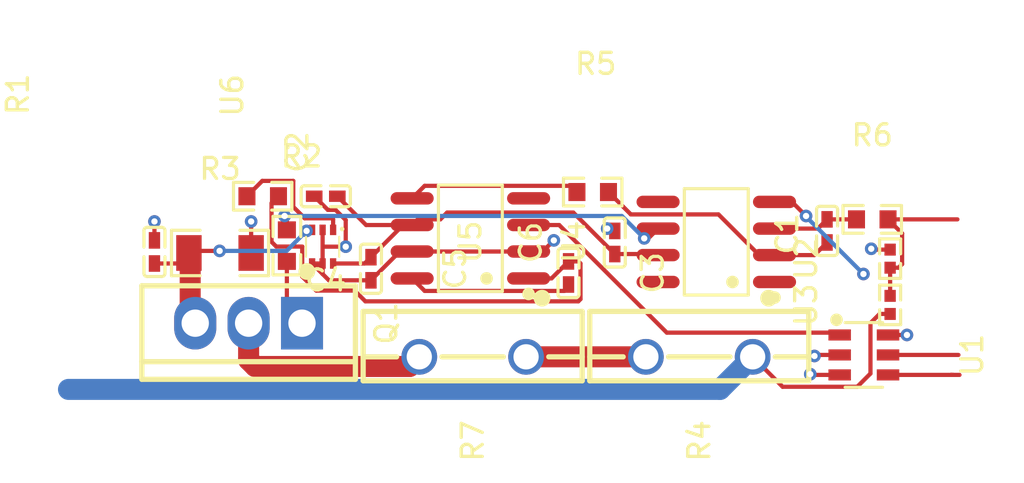
<source format=kicad_pcb>
(kicad_pcb (version 20240108) (generator "pcbnew") (generator_version "8.0")
  (layers (0 "F.Cu" signal) (31 "B.Cu" signal) (34 "B.Paste" user) (35 "F.Paste" user) (36 "B.SilkS" user "B.Silkscreen") (37 "F.SilkS" user "F.Silkscreen") (38 "B.Mask" user) (39 "F.Mask" user) (44 "Edge.Cuts" user))
  (net 0 "")
  (net 1 "variable_amp.footprint.pins[3].net-net")
  (net 2 "base")
  (net 3 "splitter_opamp.footprint.pins[4].net-net")
  (net 4 "line")
  (net 5 "splitter_opamp.footprint.pins[7].net-net")
  (net 6 "plusIn")
  (net 7 "Gain")
  (net 8 "line-1")
  (net 9 "splitter_opamp.footprint.pins[0].net-net")
  (net 10 "VOUT")
  (net 11 "_In")
  (net 12 "out")
  (net 13 "line-2")
  (net 14 "emitter")
  (net 15 "inverting_input")
  (net 16 "output")
  (net 17 "hv")
  (net 18 "collector")
  (net 19 "top")
  (net 20 "non_inverting_input")
  (net 21 "plusVS")
  (net 22 "gnd")
  (net 23 "net")
  (footprint "atopile:TO-220-2_L10.4-W3.2-P5.08-L-bf0258" (layer "F.Cu") (at 126.22 85.54 180)
    (property "Reference" "R4" (at 0 -4 90) (layer "F.SilkS"))
    (property "Value" "infΩ infW")
    (fp_line (start 5.21 2.16) (end 5.21 -1.02) (stroke (width 0.25)) (layer "F.SilkS"))
    (fp_line (start 5.21 0) (end 3.62 0) (stroke (width 0.25)) (layer "F.SilkS"))
    (fp_line (start 5.21 -1.02) (end 5.21 -1.14) (stroke (width 0.25)) (layer "F.SilkS"))
    (fp_line (start 5.21 -1.14) (end -5.21 -1.14) (stroke (width 0.25)) (layer "F.SilkS"))
    (fp_line (start 1.46 0) (end -1.46 0) (stroke (width 0.25)) (layer "F.SilkS"))
    (fp_line (start -3.62 0) (end -5.21 0) (stroke (width 0.25)) (layer "F.SilkS"))
    (fp_line (start -5.21 2.16) (end 5.21 2.16) (stroke (width 0.25)) (layer "F.SilkS"))
    (fp_line (start -5.21 2.03) (end -5.21 2.16) (stroke (width 0.25)) (layer "F.SilkS"))
    (fp_line (start -5.21 -1.14) (end -5.21 2.03) (stroke (width 0.25)) (layer "F.SilkS"))
    (fp_circle (center -3.3 2.79) (end -3.1 2.79) (stroke (width 0.4)) (fill none) (layer "F.SilkS"))
    (fp_text user "${REFERENCE}" (at 0 -4 90) (layer "F.SilkS"))
    (pad "1" thru_hole circle (at -2.54 0 180) (size 1.7 1.7) (drill 1.199998) (layers "*.Cu" "*.Mask") (net 19 "top"))
    (pad "2" thru_hole circle (at 2.54 0 180) (size 1.7 1.7) (drill 1.199998) (layers "*.Cu" "*.Mask") (net 23 "net"))
  )
  (footprint "atopile:R0402-56259e" (layer "F.Cu") (at 135.3 80.87 90)
    (property "Reference" "U2" (at 0 -4 90) (layer "F.SilkS"))
    (property "Value" "1kΩ ±1% 62.5mW")
    (fp_line (start 0.94 -0.5) (end 0.23 -0.5) (stroke (width 0.15)) (layer "F.SilkS"))
    (fp_line (start -0.94 -0.5) (end -0.23 -0.5) (stroke (width 0.15)) (layer "F.SilkS"))
    (fp_line (start 0.94 0.5) (end 0.94 -0.5) (stroke (width 0.15)) (layer "F.SilkS"))
    (fp_line (start 0.23 0.5) (end 0.94 0.5) (stroke (width 0.15)) (layer "F.SilkS"))
    (fp_line (start -0.23 0.5) (end -0.94 0.5) (stroke (width 0.15)) (layer "F.SilkS"))
    (fp_line (start -0.94 0.5) (end -0.94 -0.5) (stroke (width 0.15)) (layer "F.SilkS"))
    (fp_text user "${REFERENCE}" (at 0 -4 90) (layer "F.SilkS"))
    (pad "1" smd rect (at -0.43 0 90) (size 0.57 0.54) (layers "F.Cu" "F.Paste" "F.Mask") (net 12 "out"))
    (pad "2" smd rect (at 0.43 0 90) (size 0.57 0.54) (layers "F.Cu" "F.Paste" "F.Mask") (net 22 "gnd"))
  )
  (footprint "lib:SOT-23-6_L2.9-W1.6-P0.95-LS2.8-BL" (layer "F.Cu") (at 134.05 85.45 -90)
    (property "Reference" "U1" (at 0 -5.15 90) (layer "F.SilkS"))
    (property "Value" "")
    (fp_line (start -1.54 0.89) (end -1.54 -0.89) (stroke (width 0.15)) (layer "F.SilkS"))
    (fp_line (start 1.54 0.89) (end 1.54 -0.89) (stroke (width 0.15)) (layer "F.SilkS"))
    (fp_circle (center -1.67 1.3) (end -1.52 1.3) (stroke (width 0.3)) (fill none) (layer "F.SilkS"))
    (fp_text user "${REFERENCE}" (at 0 -5.15 90) (layer "F.SilkS"))
    (pad "1" smd rect (at -0.95 1.15 270) (size 0.53 1.07) (layers "F.Cu" "F.Paste" "F.Mask") (net 7 "Gain"))
    (pad "2" smd rect (at 0 1.15 270) (size 0.53 1.07) (layers "F.Cu" "F.Paste" "F.Mask") (net 22 "gnd"))
    (pad "3" smd rect (at 0.95 1.15 270) (size 0.53 1.07) (layers "F.Cu" "F.Paste" "F.Mask") (net 17 "hv"))
    (pad "4" smd rect (at 0.95 -1.15 270) (size 0.53 1.07) (layers "F.Cu" "F.Paste" "F.Mask") (net 4 "line"))
    (pad "5" smd rect (at 0 -1.15 270) (size 0.53 1.07) (layers "F.Cu" "F.Paste" "F.Mask") (net 8 "line-1"))
    (pad "6" smd rect (at -0.95 -1.15 270) (size 0.53 1.07) (layers "F.Cu" "F.Paste" "F.Mask") (net 22 "gnd"))
  )
  (footprint "atopile:R0402-56259e" (layer "F.Cu") (at 135.3 83.07 90)
    (property "Reference" "U3" (at 0 -4 90) (layer "F.SilkS"))
    (property "Value" "10kΩ ±1% 62.5mW")
    (fp_line (start 0.94 -0.5) (end 0.23 -0.5) (stroke (width 0.15)) (layer "F.SilkS"))
    (fp_line (start -0.94 -0.5) (end -0.23 -0.5) (stroke (width 0.15)) (layer "F.SilkS"))
    (fp_line (start 0.94 0.5) (end 0.94 -0.5) (stroke (width 0.15)) (layer "F.SilkS"))
    (fp_line (start 0.23 0.5) (end 0.94 0.5) (stroke (width 0.15)) (layer "F.SilkS"))
    (fp_line (start -0.23 0.5) (end -0.94 0.5) (stroke (width 0.15)) (layer "F.SilkS"))
    (fp_line (start -0.94 0.5) (end -0.94 -0.5) (stroke (width 0.15)) (layer "F.SilkS"))
    (fp_text user "${REFERENCE}" (at 0 -4 90) (layer "F.SilkS"))
    (pad "1" smd rect (at -0.43 0 90) (size 0.57 0.54) (layers "F.Cu" "F.Paste" "F.Mask") (net 19 "top"))
    (pad "2" smd rect (at 0.43 0 90) (size 0.57 0.54) (layers "F.Cu" "F.Paste" "F.Mask") (net 12 "out"))
  )
  (footprint "atopile:C0402-b3ef17" (layer "F.Cu") (at 108.45 77.9 180)
    (property "Reference" "C4" (at 0 -4 0) (layer "F.SilkS"))
    (property "Value" "1pF 50V C0G")
    (fp_line (start 1.17 0.35) (end 1.17 -0.35) (stroke (width 0.15)) (layer "F.SilkS"))
    (fp_line (start 1.02 -0.5) (end 0.23 -0.5) (stroke (width 0.15)) (layer "F.SilkS"))
    (fp_line (start 0.23 0.5) (end 1.02 0.5) (stroke (width 0.15)) (layer "F.SilkS"))
    (fp_line (start -0.23 0.5) (end -1.02 0.5) (stroke (width 0.15)) (layer "F.SilkS"))
    (fp_line (start -1.02 -0.5) (end -0.23 -0.5) (stroke (width 0.15)) (layer "F.SilkS"))
    (fp_line (start -1.17 0.35) (end -1.17 -0.35) (stroke (width 0.15)) (layer "F.SilkS"))
    (fp_arc (start 1.17 0.35) (mid 1.126066 0.456066) (end 1.02 0.5) (stroke (width 0.15)) (layer "F.SilkS"))
    (fp_arc (start 1.02 -0.5) (mid 1.126066 -0.456066) (end 1.17 -0.35) (stroke (width 0.15)) (layer "F.SilkS"))
    (fp_arc (start -1.02 0.5) (mid -1.126066 0.456066) (end -1.17 0.35) (stroke (width 0.15)) (layer "F.SilkS"))
    (fp_arc (start -1.17 -0.35) (mid -1.126066 -0.456066) (end -1.02 -0.5) (stroke (width 0.15)) (layer "F.SilkS"))
    (fp_text user "${REFERENCE}" (at 0 -4 0) (layer "F.SilkS"))
    (pad "1" smd rect (at -0.55 0 180) (size 0.79 0.54) (layers "F.Cu" "F.Paste" "F.Mask") (net 21 "plusVS"))
    (pad "2" smd rect (at 0.55 0 180) (size 0.79 0.54) (layers "F.Cu" "F.Paste" "F.Mask") (net 22 "gnd"))
  )
  (footprint "atopile:C0402-b3ef17" (layer "F.Cu") (at 110.6 81.35 -90)
    (property "Reference" "C5" (at 0 -4 90) (layer "F.SilkS"))
    (property "Value" "1pF 50V C0G")
    (fp_line (start -0.23 0.5) (end -1.02 0.5) (stroke (width 0.15)) (layer "F.SilkS"))
    (fp_line (start 0.23 0.5) (end 1.02 0.5) (stroke (width 0.15)) (layer "F.SilkS"))
    (fp_line (start -1.17 0.35) (end -1.17 -0.35) (stroke (width 0.15)) (layer "F.SilkS"))
    (fp_line (start 1.17 0.35) (end 1.17 -0.35) (stroke (width 0.15)) (layer "F.SilkS"))
    (fp_line (start -1.02 -0.5) (end -0.23 -0.5) (stroke (width 0.15)) (layer "F.SilkS"))
    (fp_line (start 1.02 -0.5) (end 0.23 -0.5) (stroke (width 0.15)) (layer "F.SilkS"))
    (fp_arc (start -1.02 0.5) (mid -1.126066 0.456066) (end -1.17 0.35) (stroke (width 0.15)) (layer "F.SilkS"))
    (fp_arc (start 1.17 0.35) (mid 1.126066 0.456066) (end 1.02 0.5) (stroke (width 0.15)) (layer "F.SilkS"))
    (fp_arc (start -1.17 -0.35) (mid -1.126066 -0.456066) (end -1.02 -0.5) (stroke (width 0.15)) (layer "F.SilkS"))
    (fp_arc (start 1.02 -0.5) (mid 1.126066 -0.456066) (end 1.17 -0.35) (stroke (width 0.15)) (layer "F.SilkS"))
    (fp_text user "${REFERENCE}" (at 0 -4 90) (layer "F.SilkS"))
    (pad "1" smd rect (at -0.55 0 270) (size 0.79 0.54) (layers "F.Cu" "F.Paste" "F.Mask") (net 21 "plusVS"))
    (pad "2" smd rect (at 0.55 0 270) (size 0.79 0.54) (layers "F.Cu" "F.Paste" "F.Mask") (net 22 "gnd"))
  )
  (footprint "atopile:R0603-ebcab9" (layer "F.Cu") (at 121.15 77.7)
    (property "Reference" "R5" (at 0.14 -6.1 0) (layer "F.SilkS"))
    (property "Value" "100Ω ±1% 100mW")
    (fp_line (start -1.39 -0.66) (end -0.43 -0.66) (stroke (width 0.15)) (layer "F.SilkS"))
    (fp_line (start -1.39 0.66) (end -1.39 -0.66) (stroke (width 0.15)) (layer "F.SilkS"))
    (fp_line (start -0.43 0.66) (end -1.39 0.66) (stroke (width 0.15)) (layer "F.SilkS"))
    (fp_line (start 0.43 0.66) (end 1.39 0.66) (stroke (width 0.15)) (layer "F.SilkS"))
    (fp_line (start 1.39 -0.66) (end 0.43 -0.66) (stroke (width 0.15)) (layer "F.SilkS"))
    (fp_line (start 1.39 0.66) (end 1.39 -0.66) (stroke (width 0.15)) (layer "F.SilkS"))
    (fp_text user "${REFERENCE}" (at 0.14 -6.1 0) (layer "F.SilkS"))
    (pad "1" smd rect (at -0.75 0) (size 0.81 0.86) (layers "F.Cu" "F.Paste" "F.Mask") (net 10 "VOUT"))
    (pad "2" smd rect (at 0.75 0) (size 0.81 0.86) (layers "F.Cu" "F.Paste" "F.Mask") (net 15 "inverting_input"))
  )
  (footprint "atopile:C0402-b3ef17" (layer "F.Cu") (at 122.2 80.1 90)
    (property "Reference" "C6" (at 0 -4 90) (layer "F.SilkS"))
    (property "Value" "1pF 50V C0G")
    (fp_line (start 1.02 -0.5) (end 0.23 -0.5) (stroke (width 0.15)) (layer "F.SilkS"))
    (fp_line (start -1.02 -0.5) (end -0.23 -0.5) (stroke (width 0.15)) (layer "F.SilkS"))
    (fp_line (start 1.17 0.35) (end 1.17 -0.35) (stroke (width 0.15)) (layer "F.SilkS"))
    (fp_line (start -1.17 0.35) (end -1.17 -0.35) (stroke (width 0.15)) (layer "F.SilkS"))
    (fp_line (start 0.23 0.5) (end 1.02 0.5) (stroke (width 0.15)) (layer "F.SilkS"))
    (fp_line (start -0.23 0.5) (end -1.02 0.5) (stroke (width 0.15)) (layer "F.SilkS"))
    (fp_arc (start 1.02 -0.5) (mid 1.126066 -0.456066) (end 1.17 -0.35) (stroke (width 0.15)) (layer "F.SilkS"))
    (fp_arc (start -1.17 -0.35) (mid -1.126066 -0.456066) (end -1.02 -0.5) (stroke (width 0.15)) (layer "F.SilkS"))
    (fp_arc (start 1.17 0.35) (mid 1.126066 0.456066) (end 1.02 0.5) (stroke (width 0.15)) (layer "F.SilkS"))
    (fp_arc (start -1.02 0.5) (mid -1.126066 0.456066) (end -1.17 0.35) (stroke (width 0.15)) (layer "F.SilkS"))
    (fp_text user "${REFERENCE}" (at 0 -4 90) (layer "F.SilkS"))
    (pad "1" smd rect (at -0.55 0 90) (size 0.79 0.54) (layers "F.Cu" "F.Paste" "F.Mask") (net 21 "plusVS"))
    (pad "2" smd rect (at 0.55 0 90) (size 0.79 0.54) (layers "F.Cu" "F.Paste" "F.Mask") (net 22 "gnd"))
  )
  (footprint "atopile:R0603-ebcab9" (layer "F.Cu") (at 105.45 77.9)
    (property "Reference" "R2" (at 1.85 -1.9 0) (layer "F.SilkS"))
    (property "Value" "100Ω ±1% 100mW")
    (fp_line (start -1.39 -0.66) (end -0.43 -0.66) (stroke (width 0.15)) (layer "F.SilkS"))
    (fp_line (start -1.39 0.66) (end -1.39 -0.66) (stroke (width 0.15)) (layer "F.SilkS"))
    (fp_line (start -0.43 0.66) (end -1.39 0.66) (stroke (width 0.15)) (layer "F.SilkS"))
    (fp_line (start 0.43 0.66) (end 1.39 0.66) (stroke (width 0.15)) (layer "F.SilkS"))
    (fp_line (start 1.39 -0.66) (end 0.43 -0.66) (stroke (width 0.15)) (layer "F.SilkS"))
    (fp_line (start 1.39 0.66) (end 1.39 -0.66) (stroke (width 0.15)) (layer "F.SilkS"))
    (fp_text user "${REFERENCE}" (at 1.85 -1.9 0) (layer "F.SilkS"))
    (pad "1" smd rect (at -0.75 0) (size 0.81 0.86) (layers "F.Cu" "F.Paste" "F.Mask") (net 13 "line-2"))
    (pad "2" smd rect (at 0.75 0) (size 0.81 0.86) (layers "F.Cu" "F.Paste" "F.Mask") (net 6 "plusIn"))
  )
  (footprint "lib:SOT-563_L1.6-W1.2-P0.50-LS1.6-TL" (layer "F.Cu") (at 108.3 80.3 -90)
    (property "Reference" "U6" (at -7.2 4.3 90) (layer "F.SilkS"))
    (property "Value" "")
    (fp_line (start 0.48 0.79) (end -0.47 0.79) (stroke (width 0.1)) (layer "F.SilkS"))
    (fp_line (start 0.48 -0.79) (end -0.47 -0.79) (stroke (width 0.1)) (layer "F.SilkS"))
    (fp_circle (center -0.84 -0.93) (end -0.78 -0.93) (stroke (width 0.1)) (fill none) (layer "F.SilkS"))
    (fp_text user "${REFERENCE}" (at -7.2 4.3 90) (layer "F.SilkS"))
    (pad "1" smd rect (at -0.8 -0.5 180) (size 0.3 0.5) (layers "F.Cu" "F.Paste" "F.Mask") (net 13 "line-2"))
    (pad "2" smd rect (at -0.8 0 180) (size 0.3 0.5) (layers "F.Cu" "F.Paste" "F.Mask") (net 22 "gnd"))
    (pad "3" smd rect (at -0.8 0.5 180) (size 0.3 0.5) (layers "F.Cu" "F.Paste" "F.Mask") (net 14 "emitter"))
    (pad "4" smd rect (at 0.8 0.5 180) (size 0.3 0.5) (layers "F.Cu" "F.Paste" "F.Mask") (net 22 "gnd"))
    (pad "5" smd rect (at 0.8 0 180) (size 0.3 0.5) (layers "F.Cu" "F.Paste" "F.Mask") (net 22 "gnd"))
    (pad "6" smd rect (at 0.8 -0.5 180) (size 0.3 0.5) (layers "F.Cu" "F.Paste" "F.Mask") (net 21 "plusVS"))
  )
  (footprint "atopile:SOIC-8_L4.9-W3.9-P1.27-LS6.0-BL-6ccfeb" (layer "F.Cu") (at 127.03 80.07 90)
    (property "Reference" "U4" (at 0 -6.77 90) (layer "F.SilkS"))
    (property "Value" "BW CMRR Ib Vos GBW Iout SR")
    (fp_line (start 2.53 -1.52) (end 2.53 1.52) (stroke (width 0.15)) (layer "F.SilkS"))
    (fp_line (start -2.53 -1.52) (end 2.53 -1.52) (stroke (width 0.15)) (layer "F.SilkS"))
    (fp_line (start 2.53 1.52) (end -2.53 1.52) (stroke (width 0.15)) (layer "F.SilkS"))
    (fp_line (start -2.53 1.52) (end -2.53 -1.52) (stroke (width 0.15)) (layer "F.SilkS"))
    (fp_circle (center -1.91 0.77) (end -1.76 0.77) (stroke (width 0.3)) (fill none) (layer "F.SilkS"))
    (fp_circle (center -2.65 2.77) (end -2.5 2.77) (stroke (width 0.3)) (fill none) (layer "F.SilkS"))
    (fp_text user "${REFERENCE}" (at 0 -6.77 90) (layer "F.SilkS"))
    (pad "1" smd oval (at -1.91 2.77 90) (size 0.59 2.05) (layers "F.Cu" "F.Paste" "F.Mask") (net 9 "splitter_opamp.footprint.pins[0].net-net"))
    (pad "2" smd oval (at -0.63 2.77 90) (size 0.59 2.05) (layers "F.Cu" "F.Paste" "F.Mask") (net 15 "inverting_input"))
    (pad "3" smd oval (at 0.63 2.77 90) (size 0.59 2.05) (layers "F.Cu" "F.Paste" "F.Mask") (net 20 "non_inverting_input"))
    (pad "4" smd oval (at 1.9 2.77 90) (size 0.59 2.05) (layers "F.Cu" "F.Paste" "F.Mask") (net 22 "gnd"))
    (pad "5" smd oval (at 1.9 -2.77 90) (size 0.59 2.05) (layers "F.Cu" "F.Paste" "F.Mask") (net 3 "splitter_opamp.footprint.pins[4].net-net"))
    (pad "6" smd oval (at 0.63 -2.77 90) (size 0.59 2.05) (layers "F.Cu" "F.Paste" "F.Mask") (net 16 "output"))
    (pad "7" smd oval (at -0.63 -2.77 90) (size 0.59 2.05) (layers "F.Cu" "F.Paste" "F.Mask") (net 21 "plusVS"))
    (pad "8" smd oval (at -1.91 -2.77 90) (size 0.59 2.05) (layers "F.Cu" "F.Paste" "F.Mask") (net 5 "splitter_opamp.footprint.pins[7].net-net"))
  )
  (footprint "atopile:C0402-b3ef17" (layer "F.Cu") (at 120 81.55 -90)
    (property "Reference" "C3" (at 0 -4 90) (layer "F.SilkS"))
    (property "Value" "1pF 50V C0G")
    (fp_line (start -0.23 0.5) (end -1.02 0.5) (stroke (width 0.15)) (layer "F.SilkS"))
    (fp_line (start 0.23 0.5) (end 1.02 0.5) (stroke (width 0.15)) (layer "F.SilkS"))
    (fp_line (start -1.17 0.35) (end -1.17 -0.35) (stroke (width 0.15)) (layer "F.SilkS"))
    (fp_line (start 1.17 0.35) (end 1.17 -0.35) (stroke (width 0.15)) (layer "F.SilkS"))
    (fp_line (start -1.02 -0.5) (end -0.23 -0.5) (stroke (width 0.15)) (layer "F.SilkS"))
    (fp_line (start 1.02 -0.5) (end 0.23 -0.5) (stroke (width 0.15)) (layer "F.SilkS"))
    (fp_arc (start -1.02 0.5) (mid -1.126066 0.456066) (end -1.17 0.35) (stroke (width 0.15)) (layer "F.SilkS"))
    (fp_arc (start 1.17 0.35) (mid 1.126066 0.456066) (end 1.02 0.5) (stroke (width 0.15)) (layer "F.SilkS"))
    (fp_arc (start -1.17 -0.35) (mid -1.126066 -0.456066) (end -1.02 -0.5) (stroke (width 0.15)) (layer "F.SilkS"))
    (fp_arc (start 1.02 -0.5) (mid 1.126066 -0.456066) (end 1.17 -0.35) (stroke (width 0.15)) (layer "F.SilkS"))
    (fp_text user "${REFERENCE}" (at 0 -4 90) (layer "F.SilkS"))
    (pad "1" smd rect (at -0.55 0 270) (size 0.79 0.54) (layers "F.Cu" "F.Paste" "F.Mask") (net 6 "plusIn"))
    (pad "2" smd rect (at 0.55 0 270) (size 0.79 0.54) (layers "F.Cu" "F.Paste" "F.Mask") (net 11 "_In"))
  )
  (footprint "atopile:R0603-ebcab9" (layer "F.Cu") (at 106.6 80.25 90)
    (property "Reference" "R1" (at 7.2 -12.8 90) (layer "F.SilkS"))
    (property "Value" "100Ω ±1% 100mW")
    (fp_line (start 1.39 -0.66) (end 0.43 -0.66) (stroke (width 0.15)) (layer "F.SilkS"))
    (fp_line (start -1.39 -0.66) (end -0.43 -0.66) (stroke (width 0.15)) (layer "F.SilkS"))
    (fp_line (start 1.39 0.66) (end 1.39 -0.66) (stroke (width 0.15)) (layer "F.SilkS"))
    (fp_line (start 0.43 0.66) (end 1.39 0.66) (stroke (width 0.15)) (layer "F.SilkS"))
    (fp_line (start -0.43 0.66) (end -1.39 0.66) (stroke (width 0.15)) (layer "F.SilkS"))
    (fp_line (start -1.39 0.66) (end -1.39 -0.66) (stroke (width 0.15)) (layer "F.SilkS"))
    (fp_text user "${REFERENCE}" (at 7.2 -12.8 90) (layer "F.SilkS"))
    (pad "1" smd rect (at -0.75 0 90) (size 0.81 0.86) (layers "F.Cu" "F.Paste" "F.Mask") (net 2 "base"))
    (pad "2" smd rect (at 0.75 0 90) (size 0.81 0.86) (layers "F.Cu" "F.Paste" "F.Mask") (net 16 "output"))
  )
  (footprint "atopile:R1206-bdb864" (layer "F.Cu") (at 103.42 80.6)
    (property "Reference" "R3" (at 0 -4 0) (layer "F.SilkS"))
    (property "Value" "100mΩ ±1% 250mW")
    (fp_line (start -2.31 -1.08) (end -0.95 -1.08) (stroke (width 0.15)) (layer "F.SilkS"))
    (fp_line (start -2.31 1.08) (end -2.31 -1.08) (stroke (width 0.15)) (layer "F.SilkS"))
    (fp_line (start -0.95 1.08) (end -2.31 1.08) (stroke (width 0.15)) (layer "F.SilkS"))
    (fp_line (start 0.95 1.08) (end 2.31 1.08) (stroke (width 0.15)) (layer "F.SilkS"))
    (fp_line (start 2.31 -1.08) (end 0.95 -1.08) (stroke (width 0.15)) (layer "F.SilkS"))
    (fp_line (start 2.31 1.08) (end 2.31 -1.08) (stroke (width 0.15)) (layer "F.SilkS"))
    (fp_text user "${REFERENCE}" (at 0 -4 0) (layer "F.SilkS"))
    (pad "1" smd rect (at -1.48 0) (size 1.21 1.7) (layers "F.Cu" "F.Paste" "F.Mask") (net 14 "emitter"))
    (pad "2" smd rect (at 1.48 0) (size 1.21 1.7) (layers "F.Cu" "F.Paste" "F.Mask") (net 22 "gnd"))
  )
  (footprint "atopile:SOIC-8_L4.9-W3.9-P1.27-LS6.0-BL-6ccfeb" (layer "F.Cu") (at 115.33 79.9 90)
    (property "Reference" "U5" (at -0.1725 0 90) (layer "F.SilkS"))
    (property "Value" "")
    (fp_line (start 2.53 -1.52) (end 2.53 1.52) (stroke (width 0.15)) (layer "F.SilkS"))
    (fp_line (start -2.53 -1.52) (end 2.53 -1.52) (stroke (width 0.15)) (layer "F.SilkS"))
    (fp_line (start 2.53 1.52) (end -2.53 1.52) (stroke (width 0.15)) (layer "F.SilkS"))
    (fp_line (start -2.53 1.52) (end -2.53 -1.52) (stroke (width 0.15)) (layer "F.SilkS"))
    (fp_circle (center -1.91 0.77) (end -1.76 0.77) (stroke (width 0.3)) (fill none) (layer "F.SilkS"))
    (fp_circle (center -2.65 2.77) (end -2.5 2.77) (stroke (width 0.3)) (fill none) (layer "F.SilkS"))
    (fp_text user "${REFERENCE}" (at -0.1725 0 90) (layer "F.SilkS"))
    (pad "1" smd oval (at -1.91 2.77 90) (size 0.59 2.05) (layers "F.Cu" "F.Paste" "F.Mask") (net 6 "plusIn"))
    (pad "2" smd oval (at -0.63 2.77 90) (size 0.59 2.05) (layers "F.Cu" "F.Paste" "F.Mask") (net 22 "gnd"))
    (pad "3" smd oval (at 0.63 2.77 90) (size 0.59 2.05) (layers "F.Cu" "F.Paste" "F.Mask") (net 7 "Gain"))
    (pad "4" smd oval (at 1.9 2.77 90) (size 0.59 2.05) (layers "F.Cu" "F.Paste" "F.Mask") (net 1 "variable_amp.footprint.pins[3].net-net"))
    (pad "5" smd oval (at 1.9 -2.77 90) (size 0.59 2.05) (layers "F.Cu" "F.Paste" "F.Mask") (net 10 "VOUT"))
    (pad "6" smd oval (at 0.63 -2.77 90) (size 0.59 2.05) (layers "F.Cu" "F.Paste" "F.Mask") (net 21 "plusVS"))
    (pad "7" smd oval (at -0.63 -2.77 90) (size 0.59 2.05) (layers "F.Cu" "F.Paste" "F.Mask") (net 22 "gnd"))
    (pad "8" smd oval (at -1.91 -2.77 90) (size 0.59 2.05) (layers "F.Cu" "F.Paste" "F.Mask") (net 11 "_In"))
  )
  (footprint "atopile:R0603-ebcab9" (layer "F.Cu") (at 134.45 79)
    (property "Reference" "R6" (at 0 -4 0) (layer "F.SilkS"))
    (property "Value" "100Ω ±1% 100mW")
    (fp_line (start -1.39 -0.66) (end -0.43 -0.66) (stroke (width 0.15)) (layer "F.SilkS"))
    (fp_line (start -1.39 0.66) (end -1.39 -0.66) (stroke (width 0.15)) (layer "F.SilkS"))
    (fp_line (start -0.43 0.66) (end -1.39 0.66) (stroke (width 0.15)) (layer "F.SilkS"))
    (fp_line (start 0.43 0.66) (end 1.39 0.66) (stroke (width 0.15)) (layer "F.SilkS"))
    (fp_line (start 1.39 -0.66) (end 0.43 -0.66) (stroke (width 0.15)) (layer "F.SilkS"))
    (fp_line (start 1.39 0.66) (end 1.39 -0.66) (stroke (width 0.15)) (layer "F.SilkS"))
    (fp_text user "${REFERENCE}" (at 0 -4 0) (layer "F.SilkS"))
    (pad "1" smd rect (at -0.75 0) (size 0.81 0.86) (layers "F.Cu" "F.Paste" "F.Mask") (net 20 "non_inverting_input"))
    (pad "2" smd rect (at 0.75 0) (size 0.81 0.86) (layers "F.Cu" "F.Paste" "F.Mask") (net 12 "out"))
  )
  (footprint "atopile:C0402-b3ef17" (layer "F.Cu") (at 132.3 79.55 90)
    (property "Reference" "C1" (at -0.14 -1.9 90) (layer "F.SilkS"))
    (property "Value" "1pF 50V C0G")
    (fp_line (start 1.02 -0.5) (end 0.23 -0.5) (stroke (width 0.15)) (layer "F.SilkS"))
    (fp_line (start -1.02 -0.5) (end -0.23 -0.5) (stroke (width 0.15)) (layer "F.SilkS"))
    (fp_line (start 1.17 0.35) (end 1.17 -0.35) (stroke (width 0.15)) (layer "F.SilkS"))
    (fp_line (start -1.17 0.35) (end -1.17 -0.35) (stroke (width 0.15)) (layer "F.SilkS"))
    (fp_line (start 0.23 0.5) (end 1.02 0.5) (stroke (width 0.15)) (layer "F.SilkS"))
    (fp_line (start -0.23 0.5) (end -1.02 0.5) (stroke (width 0.15)) (layer "F.SilkS"))
    (fp_arc (start 1.02 -0.5) (mid 1.126066 -0.456066) (end 1.17 -0.35) (stroke (width 0.15)) (layer "F.SilkS"))
    (fp_arc (start -1.17 -0.35) (mid -1.126066 -0.456066) (end -1.02 -0.5) (stroke (width 0.15)) (layer "F.SilkS"))
    (fp_arc (start 1.17 0.35) (mid 1.126066 0.456066) (end 1.02 0.5) (stroke (width 0.15)) (layer "F.SilkS"))
    (fp_arc (start -1.02 0.5) (mid -1.126066 0.456066) (end -1.17 0.35) (stroke (width 0.15)) (layer "F.SilkS"))
    (fp_text user "${REFERENCE}" (at -0.14 -1.9 90) (layer "F.SilkS"))
    (pad "1" smd rect (at -0.55 0 90) (size 0.79 0.54) (layers "F.Cu" "F.Paste" "F.Mask") (net 15 "inverting_input"))
    (pad "2" smd rect (at 0.55 0 90) (size 0.79 0.54) (layers "F.Cu" "F.Paste" "F.Mask") (net 20 "non_inverting_input"))
  )
  (footprint "atopile:C0402-b3ef17" (layer "F.Cu") (at 100.3 80.55 -90)
    (property "Reference" "C2" (at -4.75 -6.7975 90) (layer "F.SilkS"))
    (property "Value" "1pF 50V C0G")
    (fp_line (start -0.23 0.5) (end -1.02 0.5) (stroke (width 0.15)) (layer "F.SilkS"))
    (fp_line (start 0.23 0.5) (end 1.02 0.5) (stroke (width 0.15)) (layer "F.SilkS"))
    (fp_line (start -1.17 0.35) (end -1.17 -0.35) (stroke (width 0.15)) (layer "F.SilkS"))
    (fp_line (start 1.17 0.35) (end 1.17 -0.35) (stroke (width 0.15)) (layer "F.SilkS"))
    (fp_line (start -1.02 -0.5) (end -0.23 -0.5) (stroke (width 0.15)) (layer "F.SilkS"))
    (fp_line (start 1.02 -0.5) (end 0.23 -0.5) (stroke (width 0.15)) (layer "F.SilkS"))
    (fp_arc (start -1.02 0.5) (mid -1.126066 0.456066) (end -1.17 0.35) (stroke (width 0.15)) (layer "F.SilkS"))
    (fp_arc (start 1.17 0.35) (mid 1.126066 0.456066) (end 1.02 0.5) (stroke (width 0.15)) (layer "F.SilkS"))
    (fp_arc (start -1.17 -0.35) (mid -1.126066 -0.456066) (end -1.02 -0.5) (stroke (width 0.15)) (layer "F.SilkS"))
    (fp_arc (start 1.02 -0.5) (mid 1.126066 -0.456066) (end 1.17 -0.35) (stroke (width 0.15)) (layer "F.SilkS"))
    (fp_text user "${REFERENCE}" (at -4.75 -6.7975 90) (layer "F.SilkS"))
    (pad "1" smd rect (at -0.55 0 270) (size 0.79 0.54) (layers "F.Cu" "F.Paste" "F.Mask") (net 22 "gnd"))
    (pad "2" smd rect (at 0.55 0 270) (size 0.79 0.54) (layers "F.Cu" "F.Paste" "F.Mask") (net 14 "emitter"))
  )
  (footprint "atopile:TO-220-3_L10.0-W4.5-P2.54-T-277d92" (layer "F.Cu") (at 104.78 83.94 -90)
    (property "Reference" "Q1" (at 0 -6.54 90) (layer "F.SilkS"))
    (property "Value" "")
    (fp_line (start -1.78 5.08) (end 2.67 5.08) (stroke (width 0.25)) (layer "F.SilkS"))
    (fp_line (start 2.67 5.08) (end 2.67 -5.08) (stroke (width 0.25)) (layer "F.SilkS"))
    (fp_line (start -1.78 -5.08) (end -1.78 5.08) (stroke (width 0.25)) (layer "F.SilkS"))
    (fp_line (start 1.83 -5.08) (end 1.83 5.08) (stroke (width 0.25)) (layer "F.SilkS"))
    (fp_line (start 2.67 -5.08) (end -1.78 -5.08) (stroke (width 0.25)) (layer "F.SilkS"))
    (fp_arc (start -2.46 -2.77) (mid -2.46 -2.77) (end -2.46 -2.77) (stroke (width 0.4)) (layer "F.SilkS"))
    (fp_text user "${REFERENCE}" (at 0 -6.54 90) (layer "F.SilkS"))
    (pad "1" thru_hole rect (at 0 -2.54 180) (size 2 2.5) (drill 1.300023) (layers "*.Cu" "*.Mask") (net 2 "base"))
    (pad "2" thru_hole oval (at 0 0 180) (size 2 2.5) (drill 1.300023) (layers "*.Cu" "*.Mask") (net 18 "collector"))
    (pad "3" thru_hole oval (at 0 2.54 180) (size 2 2.5) (drill 1.300023) (layers "*.Cu" "*.Mask") (net 14 "emitter"))
  )
  (footprint "atopile:TO-220-2_L10.4-W3.2-P5.08-L-bf0258" (layer "F.Cu") (at 115.44 85.54 180)
    (property "Reference" "R7" (at 0 -4 90) (layer "F.SilkS"))
    (property "Value" "infΩ infW")
    (fp_line (start 5.21 2.16) (end 5.21 -1.02) (stroke (width 0.25)) (layer "F.SilkS"))
    (fp_line (start 5.21 0) (end 3.62 0) (stroke (width 0.25)) (layer "F.SilkS"))
    (fp_line (start 5.21 -1.02) (end 5.21 -1.14) (stroke (width 0.25)) (layer "F.SilkS"))
    (fp_line (start 5.21 -1.14) (end -5.21 -1.14) (stroke (width 0.25)) (layer "F.SilkS"))
    (fp_line (start 1.46 0) (end -1.46 0) (stroke (width 0.25)) (layer "F.SilkS"))
    (fp_line (start -3.62 0) (end -5.21 0) (stroke (width 0.25)) (layer "F.SilkS"))
    (fp_line (start -5.21 2.16) (end 5.21 2.16) (stroke (width 0.25)) (layer "F.SilkS"))
    (fp_line (start -5.21 2.03) (end -5.21 2.16) (stroke (width 0.25)) (layer "F.SilkS"))
    (fp_line (start -5.21 -1.14) (end -5.21 2.03) (stroke (width 0.25)) (layer "F.SilkS"))
    (fp_circle (center -3.3 2.79) (end -3.1 2.79) (stroke (width 0.4)) (fill none) (layer "F.SilkS"))
    (fp_text user "${REFERENCE}" (at 0 -4 90) (layer "F.SilkS"))
    (pad "1" thru_hole circle (at -2.54 0 180) (size 1.7 1.7) (drill 1.199998) (layers "*.Cu" "*.Mask") (net 23 "net"))
    (pad "2" thru_hole circle (at 2.54 0 180) (size 1.7 1.7) (drill 1.199998) (layers "*.Cu" "*.Mask") (net 18 "collector"))
  )
  (segment (start 106.6 83.22) (end 107.32 83.94) (width 0.2) (layer "F.Cu") (net 2))
  (segment (start 106.6 81) (end 106.6 83.22) (width 0.2) (layer "F.Cu") (net 2))
  (segment (start 138.2 86.4) (end 138.6 86.4) (width 0.2) (layer "F.Cu") (net 4))
  (segment (start 135.2 86.4) (end 138.2 86.4) (width 0.2) (layer "F.Cu") (net 4))
  (segment (start 138.2 86.4) (end 138.3 86.4) (width 0.2) (layer "F.Cu") (net 4))
  (segment (start 120.47 81) (end 120 81) (width 0.2) (layer "F.Cu") (net 6))
  (segment (start 107.33 80.295) (end 107.33 81.72) (width 0.2) (layer "F.Cu") (net 6))
  (segment (start 106.095 80.295) (end 107.33 80.295) (width 0.2) (layer "F.Cu") (net 6))
  (segment (start 120.57 82.795) (end 120.57 81.1) (width 0.2) (layer "F.Cu") (net 6))
  (segment (start 109.825 82.39) (end 110.335 82.9) (width 0.2) (layer "F.Cu") (net 6))
  (segment (start 120.57 81.1) (end 120.47 81) (width 0.2) (layer "F.Cu") (net 6))
  (segment (start 120.465 82.9) (end 120.57 82.795) (width 0.2) (layer "F.Cu") (net 6))
  (segment (start 119.19 81.81) (end 118.1 81.81) (width 0.2) (layer "F.Cu") (net 6))
  (segment (start 105.87 78.23) (end 105.87 80.07) (width 0.2) (layer "F.Cu") (net 6))
  (segment (start 120 81) (end 119.19 81.81) (width 0.2) (layer "F.Cu") (net 6))
  (segment (start 106.2 77.9) (end 105.87 78.23) (width 0.2) (layer "F.Cu") (net 6))
  (segment (start 105.87 80.07) (end 106.095 80.295) (width 0.2) (layer "F.Cu") (net 6))
  (segment (start 107.33 81.72) (end 108 82.39) (width 0.2) (layer "F.Cu") (net 6))
  (segment (start 110.335 82.9) (end 120.465 82.9) (width 0.2) (layer "F.Cu") (net 6))
  (segment (start 108 82.39) (end 109.825 82.39) (width 0.2) (layer "F.Cu") (net 6))
  (segment (start 119.555 79.27) (end 124.675 84.39) (width 0.2) (layer "F.Cu") (net 7))
  (segment (start 124.675 84.39) (end 132.79 84.39) (width 0.2) (layer "F.Cu") (net 7))
  (segment (start 132.79 84.39) (end 132.9 84.5) (width 0.2) (layer "F.Cu") (net 7))
  (segment (start 118.1 79.27) (end 119.555 79.27) (width 0.2) (layer "F.Cu") (net 7))
  (segment (start 135.2 85.45) (end 138.55 85.45) (width 0.2) (layer "F.Cu") (net 8))
  (segment (start 113.155 77.405) (end 120.105 77.405) (width 0.2) (layer "F.Cu") (net 10))
  (segment (start 120.105 77.405) (end 120.4 77.7) (width 0.2) (layer "F.Cu") (net 10))
  (segment (start 112.56 78) (end 113.155 77.405) (width 0.2) (layer "F.Cu") (net 10))
  (segment (start 120 82.1) (end 120 82.2) (width 0.2) (layer "F.Cu") (net 11))
  (segment (start 119.795 82.405) (end 113.155 82.405) (width 0.2) (layer "F.Cu") (net 11))
  (segment (start 120 82.2) (end 119.795 82.405) (width 0.2) (layer "F.Cu") (net 11))
  (segment (start 113.155 82.405) (end 112.56 81.81) (width 0.2) (layer "F.Cu") (net 11))
  (segment (start 135.7 81.3) (end 135.3 81.3) (width 0.2) (layer "F.Cu") (net 12))
  (segment (start 135.3 82.64) (end 135.3 81.3) (width 0.2) (layer "F.Cu") (net 12))
  (segment (start 135.87 79.67) (end 135.87 81.13) (width 0.2) (layer "F.Cu") (net 12))
  (segment (start 135.2 79) (end 135.87 79.67) (width 0.2) (layer "F.Cu") (net 12))
  (segment (start 135.2 79) (end 138.5 79) (width 0.2) (layer "F.Cu") (net 12))
  (segment (start 135.87 81.13) (end 135.7 81.3) (width 0.2) (layer "F.Cu") (net 12))
  (segment (start 106.905 77.17) (end 106.905 78.405) (width 0.2) (layer "F.Cu") (net 13))
  (segment (start 104.7 77.9) (end 105.43 77.17) (width 0.2) (layer "F.Cu") (net 13))
  (segment (start 107.45 78.95) (end 108.75 78.95) (width 0.2) (layer "F.Cu") (net 13))
  (segment (start 106.905 78.405) (end 107.45 78.95) (width 0.2) (layer "F.Cu") (net 13))
  (segment (start 105.43 77.17) (end 106.905 77.17) (width 0.2) (layer "F.Cu") (net 13))
  (segment (start 108.8 79) (end 108.8 79.5) (width 0.2) (layer "F.Cu") (net 13))
  (segment (start 108.75 78.95) (end 108.8 79) (width 0.2) (layer "F.Cu") (net 13))
  (segment (start 101.44 81.1) (end 101.94 80.6) (width 0.2) (layer "F.Cu") (net 14))
  (segment (start 102 81.2) (end 102 83.7) (width 1) (layer "F.Cu") (net 14))
  (segment (start 103.4 80.5) (end 102.04 80.5) (width 0.2) (layer "F.Cu") (net 14))
  (segment (start 101.585 84.595) (end 102.24 83.94) (width 0.2) (layer "F.Cu") (net 14))
  (segment (start 107.586366 79.5) (end 107.536366 79.55) (width 0.2) (layer "F.Cu") (net 14))
  (segment (start 102 83.7) (end 102.24 83.94) (width 0.2) (layer "F.Cu") (net 14))
  (segment (start 102.04 80.5) (end 101.94 80.6) (width 0.2) (layer "F.Cu") (net 14))
  (segment (start 100.3 81.1) (end 101.44 81.1) (width 0.2) (layer "F.Cu") (net 14))
  (segment (start 107.8 79.5) (end 107.586366 79.5) (width 0.2) (layer "F.Cu") (net 14))
  (via (at 107.536366 79.55) (size 0.6) (drill 0.3) (layers "F.Cu" "B.Cu") (net 14))
  (via (at 103.4 80.5) (size 0.6) (drill 0.3) (layers "F.Cu" "B.Cu") (net 14))
  (segment (start 103.4 80.5) (end 106.586366 80.5) (width 0.2) (layer "B.Cu") (net 14))
  (segment (start 106.586366 80.5) (end 107.536366 79.55) (width 0.2) (layer "B.Cu") (net 14))
  (segment (start 129.8 80.7) (end 131.7 80.7) (width 0.2) (layer "F.Cu") (net 15))
  (segment (start 129.07 80.7) (end 127.135 78.765) (width 0.2) (layer "F.Cu") (net 15))
  (segment (start 131.7 80.7) (end 132.3 80.1) (width 0.2) (layer "F.Cu") (net 15))
  (segment (start 122.965 78.765) (end 121.9 77.7) (width 0.2) (layer "F.Cu") (net 15))
  (segment (start 129.8 80.7) (end 129.07 80.7) (width 0.2) (layer "F.Cu") (net 15))
  (segment (start 127.135 78.765) (end 122.965 78.765) (width 0.2) (layer "F.Cu") (net 15))
  (segment (start 106.6 79.5) (end 106.6 78.948529) (width 0.2) (layer "F.Cu") (net 16))
  (segment (start 106.6 78.948529) (end 106.490957 78.839486) (width 0.2) (layer "F.Cu") (net 16))
  (segment (start 123.795 79.905) (end 124.26 79.44) (width 0.2) (layer "F.Cu") (net 16))
  (segment (start 123.6 79.905) (end 123.795 79.905) (width 0.2) (layer "F.Cu") (net 16))
  (via (at 106.490957 78.839486) (size 0.6) (drill 0.3) (layers "F.Cu" "B.Cu") (net 16))
  (via (at 123.6 79.905) (size 0.6) (drill 0.3) (layers "F.Cu" "B.Cu") (net 16))
  (segment (start 122.534486 78.839486) (end 123.6 79.905) (width 0.2) (layer "B.Cu") (net 16))
  (segment (start 106.490957 78.839486) (end 122.534486 78.839486) (width 0.2) (layer "B.Cu") (net 16))
  (segment (start 131.535 86.4) (end 131.5 86.365) (width 0.2) (layer "F.Cu") (net 17))
  (segment (start 132.9 86.4) (end 131.535 86.4) (width 0.2) (layer "F.Cu") (net 17))
  (via (at 131.5 86.365) (size 0.6) (drill 0.3) (layers "F.Cu" "B.Cu") (net 17))
  (segment (start 112.44 86) (end 112.9 85.54) (width 1) (layer "F.Cu") (net 18))
  (segment (start 104.78 85.69) (end 105.09 86) (width 1) (layer "F.Cu") (net 18))
  (segment (start 104.78 83.94) (end 104.78 85.69) (width 1) (layer "F.Cu") (net 18))
  (segment (start 105.09 86) (end 112.44 86) (width 1) (layer "F.Cu") (net 18))
  (segment (start 134.365 86.335) (end 134.365 83.935) (width 0.2) (layer "F.Cu") (net 19))
  (segment (start 134.365 83.935) (end 134.8 83.5) (width 0.2) (layer "F.Cu") (net 19))
  (segment (start 134.8 83.5) (end 135.3 83.5) (width 0.2) (layer "F.Cu") (net 19))
  (segment (start 128.76 85.54) (end 130.185 86.965) (width 0.2) (layer "F.Cu") (net 19))
  (segment (start 133.735 86.965) (end 134.365 86.335) (width 0.2) (layer "F.Cu") (net 19))
  (segment (start 130.185 86.965) (end 133.735 86.965) (width 0.2) (layer "F.Cu") (net 19))
  (segment (start 128.76 85.54) (end 127.21 87.09) (width 1) (layer "B.Cu") (net 19))
  (segment (start 127.21 87.09) (end 96.21 87.09) (width 1) (layer "B.Cu") (net 19))
  (segment (start 132.3 79) (end 133.7 79) (width 0.2) (layer "F.Cu") (net 20))
  (segment (start 131.86 79.44) (end 132.3 79) (width 0.2) (layer "F.Cu") (net 20))
  (segment (start 129.8 79.44) (end 131.86 79.44) (width 0.2) (layer "F.Cu") (net 20))
  (segment (start 114.225 78.675) (end 120.225 78.675) (width 0.2) (layer "F.Cu") (net 21))
  (segment (start 124.21 80.65) (end 124.26 80.7) (width 0.2) (layer "F.Cu") (net 21))
  (segment (start 120.225 78.675) (end 122.2 80.65) (width 0.2) (layer "F.Cu") (net 21))
  (segment (start 108.8 81.1) (end 110.3 81.1) (width 0.2) (layer "F.Cu") (net 21))
  (segment (start 110.37 79.27) (end 112.56 79.27) (width 0.2) (layer "F.Cu") (net 21))
  (segment (start 112.56 79.27) (end 112.13 79.27) (width 0.2) (layer "F.Cu") (net 21))
  (segment (start 122.2 80.65) (end 124.21 80.65) (width 0.2) (layer "F.Cu") (net 21))
  (segment (start 110.3 81.1) (end 110.6 80.8) (width 0.2) (layer "F.Cu") (net 21))
  (segment (start 112.83 79) (end 113.9 79) (width 0.2) (layer "F.Cu") (net 21))
  (segment (start 112.56 79.27) (end 112.83 79) (width 0.2) (layer "F.Cu") (net 21))
  (segment (start 113.9 79) (end 114.225 78.675) (width 0.2) (layer "F.Cu") (net 21))
  (segment (start 109 77.9) (end 110.37 79.27) (width 0.2) (layer "F.Cu") (net 21))
  (segment (start 112.13 79.27) (end 110.6 80.8) (width 0.2) (layer "F.Cu") (net 21))
  (segment (start 108.3 79.5) (end 108.3 80.3) (width 0.2) (layer "F.Cu") (net 22))
  (segment (start 109.4 79.034314) (end 109.4 80.3) (width 0.2) (layer "F.Cu") (net 22))
  (segment (start 135.2 84.5) (end 136.1 84.5) (width 0.2) (layer "F.Cu") (net 22))
  (segment (start 132.9 85.45) (end 131.75 85.45) (width 0.2) (layer "F.Cu") (net 22))
  (segment (start 108.6 81.9) (end 110.6 81.9) (width 0.2) (layer "F.Cu") (net 22))
  (segment (start 135.3 80.44) (end 134.44 80.44) (width 0.2) (layer "F.Cu") (net 22))
  (segment (start 108.3 80.3) (end 109.4 80.3) (width 0.2) (layer "F.Cu") (net 22))
  (segment (start 131.75 85.45) (end 131.7 85.5) (width 0.2) (layer "F.Cu") (net 22))
  (segment (start 107.8 81.1) (end 108 81.3) (width 0.2) (layer "F.Cu") (net 22))
  (segment (start 118.77 80.53) (end 119.3 80) (width 0.2) (layer "F.Cu") (net 22))
  (segment (start 108.915686 78.55) (end 109.4 79.034314) (width 0.2) (layer "F.Cu") (net 22))
  (segment (start 134.03 81.6) (end 134 81.6) (width 0.2) (layer "F.Cu") (net 22))
  (segment (start 130.63 78.17) (end 131.3 78.84) (width 0.2) (layer "F.Cu") (net 22))
  (segment (start 108.1 81.3) (end 108 81.3) (width 0.2) (layer "F.Cu") (net 22))
  (segment (start 122.2 79.55) (end 121.948528 79.55) (width 0.2) (layer "F.Cu") (net 22))
  (segment (start 108.3 81.1) (end 108.3 81.6) (width 0.2) (layer "F.Cu") (net 22))
  (segment (start 110.6 81.9) (end 111.97 80.53) (width 0.2) (layer "F.Cu") (net 22))
  (segment (start 111.97 80.53) (end 112.56 80.53) (width 0.2) (layer "F.Cu") (net 22))
  (segment (start 134.44 80.44) (end 134.4 80.4) (width 0.2) (layer "F.Cu") (net 22))
  (segment (start 104.9 80.6) (end 104.9 79.1) (width 0.2) (layer "F.Cu") (net 22))
  (segment (start 108.55 78.55) (end 108.915686 78.55) (width 0.2) (layer "F.Cu") (net 22))
  (segment (start 100.3 80) (end 100.3 79.1) (width 0.2) (layer "F.Cu") (net 22))
  (segment (start 108.3 81.1) (end 108.1 81.3) (width 0.2) (layer "F.Cu") (net 22))
  (segment (start 108.3 80.3) (end 108.3 81.1) (width 0.2) (layer "F.Cu") (net 22))
  (segment (start 118.1 80.53) (end 118.77 80.53) (width 0.2) (layer "F.Cu") (net 22))
  (segment (start 108.3 81.6) (end 108.6 81.9) (width 0.2) (layer "F.Cu") (net 22))
  (segment (start 121.948528 79.55) (end 121.838014 79.439486) (width 0.2) (layer "F.Cu") (net 22))
  (segment (start 112.56 80.53) (end 118.1 80.53) (width 0.2) (layer "F.Cu") (net 22))
  (segment (start 129.8 78.17) (end 130.63 78.17) (width 0.2) (layer "F.Cu") (net 22))
  (segment (start 108 81.3) (end 108.3 81.6) (width 0.2) (layer "F.Cu") (net 22))
  (segment (start 107.9 77.9) (end 108.55 78.55) (width 0.2) (layer "F.Cu") (net 22))
  (segment (start 107.8 81.1) (end 108.3 81.1) (width 0.2) (layer "F.Cu") (net 22))
  (via (at 104.9 79.1) (size 0.6) (drill 0.3) (layers "F.Cu" "B.Cu") (net 22))
  (via (at 131.3 78.84) (size 0.6) (drill 0.3) (layers "F.Cu" "B.Cu") (net 22))
  (via (at 134.4 80.4) (size 0.6) (drill 0.3) (layers "F.Cu" "B.Cu") (net 22))
  (via (at 134.03 81.6) (size 0.6) (drill 0.3) (layers "F.Cu" "B.Cu") (net 22))
  (via (at 136.1 84.5) (size 0.6) (drill 0.3) (layers "F.Cu" "B.Cu") (net 22))
  (via (at 100.3 79.1) (size 0.6) (drill 0.3) (layers "F.Cu" "B.Cu") (net 22))
  (via (at 131.7 85.5) (size 0.6) (drill 0.3) (layers "F.Cu" "B.Cu") (net 22))
  (via (at 119.3 80) (size 0.6) (drill 0.3) (layers "F.Cu" "B.Cu") (net 22))
  (via (at 109.4 80.3) (size 0.6) (drill 0.3) (layers "F.Cu" "B.Cu") (net 22))
  (via (at 121.838014 79.439486) (size 0.6) (drill 0.3) (layers "F.Cu" "B.Cu") (net 22))
  (segment (start 131.3 78.84) (end 131.4 78.94) (width 0.2) (layer "B.Cu") (net 22))
  (segment (start 131.4 78.94) (end 131.4 78.97) (width 0.2) (layer "B.Cu") (net 22))
  (segment (start 131.4 78.97) (end 134.03 81.6) (width 0.2) (layer "B.Cu") (net 22))
  (segment (start 117.98 85.54) (end 123.68 85.54) (width 1) (layer "F.Cu") (net 23))
)
</source>
